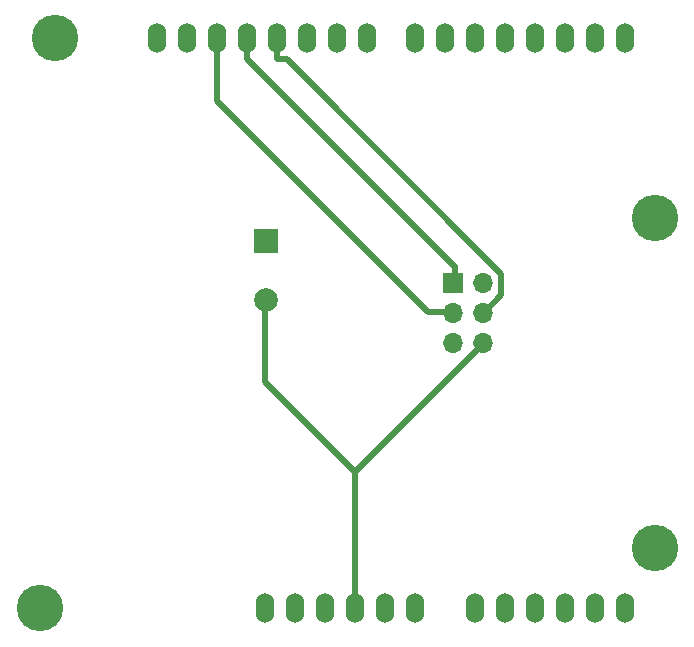
<source format=gbr>
%TF.GenerationSoftware,KiCad,Pcbnew,5.1.10*%
%TF.CreationDate,2021-11-17T00:54:39-05:00*%
%TF.ProjectId,shield_programmer_v0p3,73686965-6c64-45f7-9072-6f6772616d6d,rev?*%
%TF.SameCoordinates,Original*%
%TF.FileFunction,Copper,L2,Bot*%
%TF.FilePolarity,Positive*%
%FSLAX46Y46*%
G04 Gerber Fmt 4.6, Leading zero omitted, Abs format (unit mm)*
G04 Created by KiCad (PCBNEW 5.1.10) date 2021-11-17 00:54:39*
%MOMM*%
%LPD*%
G01*
G04 APERTURE LIST*
%TA.AperFunction,ComponentPad*%
%ADD10R,1.700000X1.700000*%
%TD*%
%TA.AperFunction,ComponentPad*%
%ADD11O,1.700000X1.700000*%
%TD*%
%TA.AperFunction,ComponentPad*%
%ADD12R,2.000000X2.000000*%
%TD*%
%TA.AperFunction,ComponentPad*%
%ADD13C,2.000000*%
%TD*%
%TA.AperFunction,ComponentPad*%
%ADD14O,1.524000X2.540000*%
%TD*%
%TA.AperFunction,ComponentPad*%
%ADD15C,3.937000*%
%TD*%
%TA.AperFunction,Conductor*%
%ADD16C,0.508000*%
%TD*%
G04 APERTURE END LIST*
D10*
%TO.P,P1,1*%
%TO.N,/CIPO*%
X159766000Y-102616000D03*
D11*
%TO.P,P1,2*%
%TO.N,/5V*%
X162306000Y-102616000D03*
%TO.P,P1,3*%
%TO.N,/SCK*%
X159766000Y-105156000D03*
%TO.P,P1,4*%
%TO.N,/COPI*%
X162306000Y-105156000D03*
%TO.P,P1,5*%
%TO.N,/RST*%
X159766000Y-107696000D03*
%TO.P,P1,6*%
%TO.N,/GND*%
X162306000Y-107696000D03*
%TD*%
D12*
%TO.P,C1,1*%
%TO.N,/RST*%
X143890000Y-99060000D03*
D13*
%TO.P,C1,2*%
%TO.N,/GND*%
X143890000Y-104060000D03*
%TD*%
D14*
%TO.P,SHIELD1,AD5*%
%TO.N,N/C*%
X174308000Y-130175000D03*
%TO.P,SHIELD1,AD4*%
X171768000Y-130175000D03*
%TO.P,SHIELD1,AD3*%
X169228000Y-130175000D03*
%TO.P,SHIELD1,AD0*%
X161608000Y-130175000D03*
%TO.P,SHIELD1,AD1*%
X164148000Y-130175000D03*
%TO.P,SHIELD1,AD2*%
X166688000Y-130175000D03*
%TO.P,SHIELD1,V_IN*%
X156528000Y-130175000D03*
%TO.P,SHIELD1,GND2*%
%TO.N,/GND*%
X153988000Y-130175000D03*
%TO.P,SHIELD1,GND1*%
X151448000Y-130175000D03*
%TO.P,SHIELD1,3V3*%
%TO.N,N/C*%
X146368000Y-130175000D03*
%TO.P,SHIELD1,RST*%
X143828000Y-130175000D03*
%TO.P,SHIELD1,0*%
X174308000Y-81915000D03*
%TO.P,SHIELD1,1*%
X171768000Y-81915000D03*
%TO.P,SHIELD1,2*%
X169228000Y-81915000D03*
%TO.P,SHIELD1,3*%
X166688000Y-81915000D03*
%TO.P,SHIELD1,4*%
X164148000Y-81915000D03*
%TO.P,SHIELD1,5*%
X161608000Y-81915000D03*
%TO.P,SHIELD1,6*%
X159068000Y-81915000D03*
%TO.P,SHIELD1,7*%
X156528000Y-81915000D03*
%TO.P,SHIELD1,8*%
X152464000Y-81915000D03*
%TO.P,SHIELD1,9*%
X149924000Y-81915000D03*
%TO.P,SHIELD1,10*%
%TO.N,/RST*%
X147384000Y-81915000D03*
%TO.P,SHIELD1,11*%
%TO.N,/COPI*%
X144844000Y-81915000D03*
%TO.P,SHIELD1,12*%
%TO.N,/CIPO*%
X142304000Y-81915000D03*
%TO.P,SHIELD1,13*%
%TO.N,/SCK*%
X139764000Y-81915000D03*
%TO.P,SHIELD1,GND3*%
%TO.N,N/C*%
X137224000Y-81915000D03*
%TO.P,SHIELD1,AREF*%
X134684000Y-81915000D03*
%TO.P,SHIELD1,5V*%
%TO.N,/5V*%
X148908000Y-130175000D03*
D15*
%TO.P,SHIELD1,*%
%TO.N,*%
X176848000Y-125095000D03*
X176848000Y-97155000D03*
X126048000Y-81915000D03*
X124778000Y-130175000D03*
%TD*%
D16*
%TO.N,/GND*%
X162433000Y-107632000D02*
X151450000Y-118615000D01*
X151450000Y-130173000D02*
X151448000Y-130175000D01*
X151450000Y-118615000D02*
X151450000Y-130173000D01*
X143850000Y-111015000D02*
X151450000Y-118615000D01*
X143850000Y-103870000D02*
X143850000Y-111015000D01*
%TO.N,/CIPO*%
X142304000Y-83630000D02*
X142304000Y-81915000D01*
X159828700Y-101154700D02*
X142304000Y-83630000D01*
X159893000Y-101154700D02*
X159828700Y-101154700D01*
X159893000Y-102552000D02*
X159893000Y-101154700D01*
%TO.N,/COPI*%
X145669300Y-83693300D02*
X144844000Y-83693300D01*
X163842700Y-101866700D02*
X145669300Y-83693300D01*
X144844000Y-83693300D02*
X144844000Y-81915000D01*
X163842700Y-103682300D02*
X163842700Y-101866700D01*
X162433000Y-105092000D02*
X163842700Y-103682300D01*
%TO.N,/SCK*%
X139764000Y-87186000D02*
X139764000Y-81915000D01*
X157670000Y-105092000D02*
X139764000Y-87186000D01*
X159893000Y-105092000D02*
X157670000Y-105092000D01*
%TD*%
M02*

</source>
